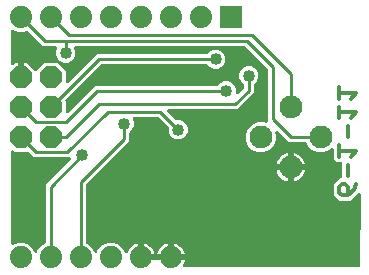
<source format=gbr>
G04 EAGLE Gerber RS-274X export*
G75*
%MOMM*%
%FSLAX34Y34*%
%LPD*%
%INBottom Copper*%
%IPPOS*%
%AMOC8*
5,1,8,0,0,1.08239X$1,22.5*%
G01*
%ADD10C,0.330200*%
%ADD11C,1.930400*%
%ADD12P,2.034460X8X112.500000*%
%ADD13C,1.879600*%
%ADD14R,1.879600X1.879600*%
%ADD15C,0.254000*%
%ADD16C,1.016000*%

G36*
X299134Y4334D02*
X299134Y4334D01*
X299253Y4341D01*
X299292Y4353D01*
X299332Y4359D01*
X299443Y4402D01*
X299555Y4439D01*
X299590Y4461D01*
X299628Y4476D01*
X299724Y4545D01*
X299824Y4609D01*
X299852Y4638D01*
X299885Y4662D01*
X299961Y4754D01*
X300042Y4840D01*
X300062Y4876D01*
X300088Y4907D01*
X300139Y5015D01*
X300196Y5118D01*
X300206Y5158D01*
X300224Y5195D01*
X300246Y5311D01*
X300276Y5426D01*
X300280Y5487D01*
X300284Y5507D01*
X300282Y5528D01*
X300286Y5587D01*
X300339Y65980D01*
X300336Y66005D01*
X300338Y66030D01*
X300316Y66162D01*
X300299Y66295D01*
X300290Y66319D01*
X300286Y66344D01*
X300232Y66467D01*
X300183Y66591D01*
X300168Y66612D01*
X300158Y66635D01*
X300075Y66740D01*
X299996Y66849D01*
X299977Y66865D01*
X299961Y66885D01*
X299854Y66966D01*
X299751Y67052D01*
X299728Y67063D01*
X299708Y67078D01*
X299585Y67130D01*
X299464Y67188D01*
X299439Y67192D01*
X299416Y67202D01*
X299283Y67222D01*
X299151Y67248D01*
X299126Y67246D01*
X299101Y67250D01*
X298968Y67236D01*
X298834Y67228D01*
X298810Y67220D01*
X298785Y67218D01*
X298659Y67172D01*
X298531Y67130D01*
X298510Y67117D01*
X298486Y67108D01*
X298376Y67032D01*
X298263Y66960D01*
X298245Y66942D01*
X298224Y66928D01*
X298136Y66827D01*
X298044Y66729D01*
X298032Y66707D01*
X298016Y66688D01*
X297935Y66549D01*
X297729Y66138D01*
X297219Y65968D01*
X297170Y65945D01*
X297118Y65930D01*
X297027Y65876D01*
X296933Y65831D01*
X296891Y65796D01*
X296844Y65768D01*
X296723Y65662D01*
X294638Y63576D01*
X291513Y60451D01*
X282789Y60451D01*
X277621Y65619D01*
X277621Y74343D01*
X282789Y79511D01*
X283597Y79511D01*
X283715Y79526D01*
X283834Y79533D01*
X283873Y79546D01*
X283913Y79551D01*
X284023Y79595D01*
X284137Y79631D01*
X284171Y79653D01*
X284208Y79668D01*
X284305Y79738D01*
X284405Y79801D01*
X284433Y79831D01*
X284466Y79855D01*
X284542Y79946D01*
X284623Y80033D01*
X284643Y80069D01*
X284669Y80100D01*
X284719Y80207D01*
X284777Y80312D01*
X284787Y80351D01*
X284804Y80387D01*
X284826Y80504D01*
X284856Y80620D01*
X284860Y80680D01*
X284864Y80700D01*
X284863Y80720D01*
X284866Y80780D01*
X284866Y91925D01*
X284852Y92043D01*
X284844Y92162D01*
X284832Y92200D01*
X284827Y92241D01*
X284783Y92351D01*
X284746Y92465D01*
X284724Y92499D01*
X284710Y92536D01*
X284640Y92633D01*
X284576Y92733D01*
X284546Y92761D01*
X284523Y92794D01*
X284431Y92870D01*
X284344Y92951D01*
X284309Y92971D01*
X284278Y92997D01*
X284170Y93047D01*
X284066Y93105D01*
X284027Y93115D01*
X283990Y93132D01*
X283873Y93154D01*
X283758Y93184D01*
X283698Y93188D01*
X283678Y93192D01*
X283657Y93191D01*
X283597Y93194D01*
X280374Y93194D01*
X277621Y95947D01*
X277621Y104196D01*
X277604Y104333D01*
X277591Y104472D01*
X277584Y104491D01*
X277581Y104511D01*
X277530Y104640D01*
X277483Y104771D01*
X277472Y104788D01*
X277464Y104807D01*
X277383Y104919D01*
X277305Y105034D01*
X277289Y105048D01*
X277278Y105064D01*
X277170Y105153D01*
X277066Y105245D01*
X277048Y105254D01*
X277033Y105267D01*
X276907Y105326D01*
X276783Y105389D01*
X276763Y105394D01*
X276745Y105402D01*
X276608Y105429D01*
X276473Y105459D01*
X276452Y105458D01*
X276433Y105462D01*
X276294Y105454D01*
X276155Y105449D01*
X276135Y105444D01*
X276115Y105442D01*
X275983Y105400D01*
X275849Y105361D01*
X275832Y105351D01*
X275813Y105344D01*
X275695Y105270D01*
X275575Y105199D01*
X275554Y105181D01*
X275544Y105174D01*
X275530Y105159D01*
X275455Y105093D01*
X273894Y103533D01*
X269226Y101599D01*
X264174Y101599D01*
X259506Y103533D01*
X255933Y107106D01*
X255066Y109198D01*
X255052Y109223D01*
X255043Y109251D01*
X254973Y109361D01*
X254909Y109474D01*
X254888Y109495D01*
X254872Y109520D01*
X254778Y109609D01*
X254687Y109702D01*
X254662Y109718D01*
X254641Y109738D01*
X254527Y109801D01*
X254416Y109869D01*
X254388Y109877D01*
X254362Y109892D01*
X254236Y109924D01*
X254112Y109962D01*
X254083Y109964D01*
X254054Y109971D01*
X253894Y109981D01*
X239511Y109981D01*
X230238Y119254D01*
X230183Y119297D01*
X230134Y119347D01*
X230058Y119394D01*
X229987Y119449D01*
X229923Y119477D01*
X229863Y119513D01*
X229777Y119540D01*
X229695Y119576D01*
X229626Y119587D01*
X229559Y119607D01*
X229470Y119611D01*
X229381Y119625D01*
X229311Y119619D01*
X229242Y119622D01*
X229154Y119604D01*
X229064Y119596D01*
X228998Y119572D01*
X228930Y119558D01*
X228850Y119518D01*
X228765Y119488D01*
X228707Y119449D01*
X228645Y119418D01*
X228576Y119360D01*
X228502Y119309D01*
X228456Y119257D01*
X228403Y119212D01*
X228351Y119138D01*
X228291Y119071D01*
X228260Y119009D01*
X228219Y118952D01*
X228188Y118868D01*
X228147Y118788D01*
X228131Y118720D01*
X228107Y118654D01*
X228097Y118565D01*
X228077Y118477D01*
X228079Y118408D01*
X228071Y118338D01*
X228084Y118249D01*
X228087Y118160D01*
X228106Y118093D01*
X228116Y118023D01*
X228168Y117871D01*
X228601Y116826D01*
X228601Y111774D01*
X226667Y107106D01*
X223094Y103533D01*
X218426Y101599D01*
X213374Y101599D01*
X208706Y103533D01*
X205133Y107106D01*
X203199Y111774D01*
X203199Y116826D01*
X205133Y121494D01*
X208706Y125067D01*
X213374Y127001D01*
X218426Y127001D01*
X219986Y126355D01*
X220034Y126341D01*
X220079Y126320D01*
X220187Y126300D01*
X220293Y126271D01*
X220343Y126270D01*
X220392Y126261D01*
X220501Y126267D01*
X220611Y126266D01*
X220659Y126277D01*
X220709Y126280D01*
X220813Y126314D01*
X220920Y126340D01*
X220964Y126363D01*
X221011Y126378D01*
X221104Y126437D01*
X221201Y126488D01*
X221238Y126522D01*
X221280Y126548D01*
X221355Y126629D01*
X221437Y126702D01*
X221464Y126744D01*
X221498Y126780D01*
X221551Y126876D01*
X221611Y126968D01*
X221628Y127015D01*
X221652Y127059D01*
X221679Y127165D01*
X221715Y127269D01*
X221719Y127318D01*
X221731Y127367D01*
X221741Y127527D01*
X221741Y171675D01*
X221729Y171774D01*
X221726Y171873D01*
X221709Y171931D01*
X221701Y171991D01*
X221665Y172083D01*
X221637Y172178D01*
X221607Y172230D01*
X221584Y172287D01*
X221526Y172367D01*
X221476Y172452D01*
X221410Y172527D01*
X221398Y172544D01*
X221388Y172552D01*
X221370Y172573D01*
X203053Y190890D01*
X202975Y190950D01*
X202902Y191018D01*
X202849Y191047D01*
X202802Y191084D01*
X202711Y191124D01*
X202624Y191172D01*
X202565Y191187D01*
X202510Y191211D01*
X202412Y191226D01*
X202316Y191251D01*
X202216Y191257D01*
X202196Y191261D01*
X202183Y191259D01*
X202155Y191261D01*
X59079Y191261D01*
X59029Y191255D01*
X58980Y191257D01*
X58872Y191235D01*
X58763Y191221D01*
X58717Y191203D01*
X58668Y191193D01*
X58569Y191145D01*
X58467Y191104D01*
X58427Y191075D01*
X58382Y191053D01*
X58299Y190982D01*
X58210Y190918D01*
X58178Y190879D01*
X58140Y190847D01*
X58077Y190757D01*
X58007Y190673D01*
X57986Y190628D01*
X57957Y190587D01*
X57918Y190484D01*
X57872Y190385D01*
X57862Y190336D01*
X57845Y190290D01*
X57832Y190180D01*
X57812Y190073D01*
X57815Y190023D01*
X57809Y189974D01*
X57825Y189865D01*
X57832Y189755D01*
X57847Y189708D01*
X57854Y189659D01*
X57906Y189506D01*
X58929Y187037D01*
X58929Y183803D01*
X57691Y180815D01*
X55405Y178529D01*
X52417Y177291D01*
X49183Y177291D01*
X46195Y178529D01*
X43909Y180815D01*
X42671Y183803D01*
X42671Y187037D01*
X43694Y189506D01*
X43707Y189554D01*
X43728Y189599D01*
X43749Y189707D01*
X43778Y189813D01*
X43779Y189863D01*
X43788Y189912D01*
X43781Y190021D01*
X43783Y190131D01*
X43772Y190179D01*
X43768Y190229D01*
X43735Y190333D01*
X43709Y190440D01*
X43686Y190484D01*
X43670Y190531D01*
X43612Y190624D01*
X43560Y190721D01*
X43527Y190758D01*
X43500Y190800D01*
X43420Y190875D01*
X43346Y190957D01*
X43305Y190984D01*
X43269Y191018D01*
X43172Y191071D01*
X43081Y191131D01*
X43034Y191148D01*
X42990Y191172D01*
X42884Y191199D01*
X42780Y191235D01*
X42730Y191239D01*
X42682Y191251D01*
X42521Y191261D01*
X31231Y191261D01*
X28330Y194163D01*
X18507Y203985D01*
X18484Y204003D01*
X18465Y204026D01*
X18359Y204101D01*
X18256Y204180D01*
X18229Y204192D01*
X18205Y204209D01*
X18083Y204255D01*
X17964Y204306D01*
X17935Y204311D01*
X17907Y204321D01*
X17778Y204336D01*
X17650Y204356D01*
X17621Y204353D01*
X17591Y204357D01*
X17463Y204339D01*
X17333Y204326D01*
X17306Y204316D01*
X17276Y204312D01*
X17124Y204260D01*
X15176Y203453D01*
X10224Y203453D01*
X6074Y205172D01*
X6026Y205186D01*
X5981Y205207D01*
X5873Y205227D01*
X5767Y205256D01*
X5717Y205257D01*
X5668Y205267D01*
X5559Y205260D01*
X5449Y205261D01*
X5401Y205250D01*
X5351Y205247D01*
X5247Y205213D01*
X5140Y205187D01*
X5096Y205164D01*
X5049Y205149D01*
X4956Y205090D01*
X4859Y205039D01*
X4822Y205005D01*
X4780Y204979D01*
X4705Y204898D01*
X4623Y204825D01*
X4596Y204783D01*
X4562Y204747D01*
X4509Y204651D01*
X4449Y204559D01*
X4432Y204512D01*
X4408Y204468D01*
X4381Y204362D01*
X4345Y204258D01*
X4341Y204209D01*
X4329Y204161D01*
X4319Y204000D01*
X4319Y176667D01*
X4336Y176529D01*
X4349Y176390D01*
X4356Y176371D01*
X4359Y176351D01*
X4410Y176222D01*
X4457Y176091D01*
X4468Y176074D01*
X4476Y176056D01*
X4557Y175943D01*
X4635Y175828D01*
X4651Y175815D01*
X4662Y175798D01*
X4770Y175709D01*
X4874Y175618D01*
X4892Y175608D01*
X4907Y175595D01*
X5033Y175536D01*
X5157Y175473D01*
X5177Y175469D01*
X5195Y175460D01*
X5332Y175434D01*
X5467Y175403D01*
X5488Y175404D01*
X5507Y175400D01*
X5646Y175409D01*
X5785Y175413D01*
X5805Y175419D01*
X5825Y175420D01*
X5957Y175463D01*
X6091Y175501D01*
X6108Y175512D01*
X6127Y175518D01*
X6245Y175592D01*
X6365Y175663D01*
X6386Y175682D01*
X6396Y175688D01*
X6410Y175703D01*
X6485Y175769D01*
X7755Y177039D01*
X10161Y177039D01*
X10161Y166370D01*
X10176Y166252D01*
X10183Y166133D01*
X10196Y166095D01*
X10201Y166055D01*
X10244Y165944D01*
X10281Y165831D01*
X10303Y165797D01*
X10318Y165759D01*
X10388Y165663D01*
X10451Y165562D01*
X10481Y165534D01*
X10504Y165502D01*
X10596Y165426D01*
X10683Y165344D01*
X10718Y165325D01*
X10749Y165299D01*
X10857Y165248D01*
X10961Y165191D01*
X11001Y165180D01*
X11037Y165163D01*
X11154Y165141D01*
X11269Y165111D01*
X11330Y165107D01*
X11350Y165103D01*
X11370Y165105D01*
X11430Y165101D01*
X13970Y165101D01*
X14088Y165116D01*
X14207Y165123D01*
X14245Y165136D01*
X14285Y165141D01*
X14396Y165185D01*
X14509Y165221D01*
X14544Y165243D01*
X14581Y165258D01*
X14677Y165328D01*
X14778Y165391D01*
X14806Y165421D01*
X14839Y165445D01*
X14914Y165536D01*
X14996Y165623D01*
X15016Y165658D01*
X15041Y165690D01*
X15092Y165797D01*
X15150Y165902D01*
X15160Y165941D01*
X15177Y165977D01*
X15199Y166094D01*
X15229Y166209D01*
X15233Y166270D01*
X15237Y166290D01*
X15235Y166310D01*
X15239Y166370D01*
X15239Y177039D01*
X17645Y177039D01*
X24143Y170541D01*
X24237Y170468D01*
X24327Y170389D01*
X24363Y170370D01*
X24395Y170346D01*
X24504Y170298D01*
X24610Y170244D01*
X24649Y170235D01*
X24686Y170219D01*
X24804Y170201D01*
X24920Y170175D01*
X24960Y170176D01*
X25001Y170169D01*
X25119Y170181D01*
X25238Y170184D01*
X25277Y170195D01*
X25317Y170199D01*
X25429Y170240D01*
X25544Y170273D01*
X25578Y170293D01*
X25616Y170307D01*
X25715Y170374D01*
X25817Y170434D01*
X25863Y170474D01*
X25880Y170485D01*
X25893Y170501D01*
X25938Y170541D01*
X32944Y177547D01*
X43256Y177547D01*
X50547Y170256D01*
X50547Y161319D01*
X50564Y161181D01*
X50577Y161042D01*
X50584Y161023D01*
X50587Y161003D01*
X50638Y160874D01*
X50685Y160743D01*
X50696Y160726D01*
X50704Y160707D01*
X50785Y160595D01*
X50863Y160480D01*
X50879Y160466D01*
X50890Y160450D01*
X50998Y160361D01*
X51102Y160269D01*
X51120Y160260D01*
X51135Y160247D01*
X51261Y160188D01*
X51385Y160125D01*
X51405Y160120D01*
X51423Y160112D01*
X51559Y160086D01*
X51695Y160055D01*
X51716Y160056D01*
X51735Y160052D01*
X51874Y160061D01*
X52013Y160065D01*
X52033Y160070D01*
X52053Y160072D01*
X52185Y160114D01*
X52319Y160153D01*
X52336Y160163D01*
X52355Y160170D01*
X52473Y160244D01*
X52593Y160315D01*
X52614Y160333D01*
X52624Y160340D01*
X52638Y160355D01*
X52713Y160421D01*
X76951Y184659D01*
X170097Y184659D01*
X170195Y184671D01*
X170294Y184674D01*
X170353Y184691D01*
X170413Y184699D01*
X170505Y184735D01*
X170600Y184763D01*
X170652Y184793D01*
X170708Y184816D01*
X170788Y184874D01*
X170874Y184924D01*
X170949Y184990D01*
X170966Y185002D01*
X170974Y185012D01*
X170995Y185030D01*
X173195Y187231D01*
X176183Y188469D01*
X179417Y188469D01*
X182405Y187231D01*
X184691Y184945D01*
X185929Y181957D01*
X185929Y178723D01*
X184691Y175735D01*
X182405Y173449D01*
X179417Y172211D01*
X176183Y172211D01*
X173195Y173449D01*
X170995Y175650D01*
X170916Y175710D01*
X170844Y175778D01*
X170791Y175807D01*
X170743Y175844D01*
X170652Y175884D01*
X170566Y175932D01*
X170507Y175947D01*
X170452Y175971D01*
X170354Y175986D01*
X170258Y176011D01*
X170158Y176017D01*
X170137Y176021D01*
X170125Y176019D01*
X170097Y176021D01*
X81055Y176021D01*
X80956Y176009D01*
X80857Y176006D01*
X80799Y175989D01*
X80739Y175981D01*
X80647Y175945D01*
X80552Y175917D01*
X80500Y175887D01*
X80443Y175864D01*
X80363Y175806D01*
X80278Y175756D01*
X80203Y175690D01*
X80186Y175678D01*
X80178Y175668D01*
X80157Y175650D01*
X50852Y146345D01*
X50779Y146251D01*
X50701Y146162D01*
X50682Y146126D01*
X50658Y146094D01*
X50610Y145984D01*
X50556Y145878D01*
X50547Y145839D01*
X50531Y145802D01*
X50512Y145684D01*
X50486Y145568D01*
X50488Y145528D01*
X50481Y145488D01*
X50492Y145369D01*
X50496Y145250D01*
X50507Y145211D01*
X50511Y145171D01*
X50547Y145072D01*
X50547Y135919D01*
X50564Y135781D01*
X50577Y135642D01*
X50584Y135623D01*
X50587Y135603D01*
X50638Y135474D01*
X50685Y135343D01*
X50696Y135326D01*
X50704Y135307D01*
X50785Y135195D01*
X50863Y135080D01*
X50879Y135066D01*
X50890Y135050D01*
X50998Y134961D01*
X51102Y134869D01*
X51120Y134860D01*
X51135Y134847D01*
X51261Y134788D01*
X51385Y134725D01*
X51405Y134720D01*
X51423Y134712D01*
X51559Y134686D01*
X51695Y134655D01*
X51716Y134656D01*
X51735Y134652D01*
X51874Y134661D01*
X52013Y134665D01*
X52033Y134670D01*
X52053Y134672D01*
X52185Y134714D01*
X52319Y134753D01*
X52336Y134763D01*
X52355Y134770D01*
X52473Y134844D01*
X52593Y134915D01*
X52614Y134933D01*
X52624Y134940D01*
X52638Y134955D01*
X52713Y135021D01*
X75681Y157989D01*
X178987Y157989D01*
X179085Y158001D01*
X179184Y158004D01*
X179243Y158021D01*
X179303Y158029D01*
X179395Y158065D01*
X179490Y158093D01*
X179542Y158123D01*
X179598Y158146D01*
X179678Y158204D01*
X179764Y158254D01*
X179839Y158320D01*
X179856Y158332D01*
X179864Y158342D01*
X179885Y158360D01*
X182085Y160561D01*
X185073Y161799D01*
X188307Y161799D01*
X191295Y160561D01*
X193581Y158275D01*
X194819Y155287D01*
X194819Y151921D01*
X194836Y151783D01*
X194849Y151644D01*
X194856Y151625D01*
X194859Y151605D01*
X194910Y151476D01*
X194957Y151345D01*
X194968Y151328D01*
X194976Y151309D01*
X195057Y151197D01*
X195135Y151082D01*
X195151Y151068D01*
X195162Y151052D01*
X195270Y150963D01*
X195374Y150871D01*
X195392Y150862D01*
X195407Y150849D01*
X195533Y150790D01*
X195657Y150727D01*
X195677Y150722D01*
X195695Y150714D01*
X195831Y150688D01*
X195967Y150657D01*
X195988Y150658D01*
X196007Y150654D01*
X196146Y150663D01*
X196285Y150667D01*
X196305Y150672D01*
X196325Y150674D01*
X196457Y150716D01*
X196591Y150755D01*
X196608Y150765D01*
X196627Y150772D01*
X196745Y150846D01*
X196865Y150917D01*
X196886Y150935D01*
X196896Y150942D01*
X196910Y150957D01*
X196985Y151023D01*
X201050Y155087D01*
X201110Y155165D01*
X201178Y155238D01*
X201207Y155291D01*
X201244Y155338D01*
X201284Y155429D01*
X201332Y155516D01*
X201347Y155575D01*
X201371Y155630D01*
X201386Y155728D01*
X201411Y155824D01*
X201417Y155924D01*
X201421Y155944D01*
X201419Y155957D01*
X201421Y155985D01*
X201421Y158667D01*
X201409Y158765D01*
X201406Y158864D01*
X201389Y158923D01*
X201381Y158983D01*
X201345Y159075D01*
X201317Y159170D01*
X201287Y159222D01*
X201264Y159278D01*
X201206Y159358D01*
X201156Y159444D01*
X201090Y159519D01*
X201078Y159536D01*
X201068Y159544D01*
X201050Y159565D01*
X198849Y161765D01*
X197611Y164753D01*
X197611Y167987D01*
X198849Y170975D01*
X201135Y173261D01*
X204123Y174499D01*
X207357Y174499D01*
X210345Y173261D01*
X212631Y170975D01*
X213869Y167987D01*
X213869Y164753D01*
X212631Y161765D01*
X210430Y159565D01*
X210370Y159486D01*
X210302Y159414D01*
X210273Y159361D01*
X210236Y159313D01*
X210196Y159222D01*
X210148Y159136D01*
X210133Y159077D01*
X210109Y159022D01*
X210094Y158924D01*
X210069Y158828D01*
X210063Y158728D01*
X210059Y158707D01*
X210061Y158695D01*
X210059Y158667D01*
X210059Y151881D01*
X196099Y137921D01*
X137951Y137921D01*
X137813Y137904D01*
X137674Y137891D01*
X137655Y137884D01*
X137635Y137881D01*
X137506Y137830D01*
X137375Y137783D01*
X137358Y137772D01*
X137339Y137764D01*
X137227Y137683D01*
X137112Y137605D01*
X137098Y137589D01*
X137082Y137578D01*
X136993Y137470D01*
X136901Y137366D01*
X136892Y137348D01*
X136879Y137333D01*
X136820Y137207D01*
X136757Y137083D01*
X136752Y137063D01*
X136744Y137045D01*
X136718Y136909D01*
X136687Y136773D01*
X136688Y136752D01*
X136684Y136733D01*
X136693Y136594D01*
X136697Y136455D01*
X136702Y136435D01*
X136704Y136415D01*
X136746Y136283D01*
X136785Y136149D01*
X136795Y136132D01*
X136802Y136113D01*
X136876Y135995D01*
X136947Y135875D01*
X136965Y135854D01*
X136972Y135844D01*
X136987Y135830D01*
X137053Y135755D01*
X143657Y129150D01*
X143735Y129090D01*
X143808Y129022D01*
X143861Y128993D01*
X143908Y128956D01*
X143999Y128916D01*
X144086Y128868D01*
X144145Y128853D01*
X144200Y128829D01*
X144298Y128814D01*
X144394Y128789D01*
X144494Y128783D01*
X144514Y128779D01*
X144527Y128781D01*
X144555Y128779D01*
X147667Y128779D01*
X150655Y127541D01*
X152941Y125255D01*
X154179Y122267D01*
X154179Y119033D01*
X152941Y116045D01*
X150655Y113759D01*
X147667Y112521D01*
X144433Y112521D01*
X141445Y113759D01*
X139159Y116045D01*
X137921Y119033D01*
X137921Y122145D01*
X137909Y122244D01*
X137906Y122343D01*
X137889Y122401D01*
X137881Y122461D01*
X137845Y122553D01*
X137817Y122648D01*
X137787Y122700D01*
X137764Y122757D01*
X137706Y122837D01*
X137656Y122922D01*
X137590Y122997D01*
X137578Y123014D01*
X137568Y123022D01*
X137550Y123043D01*
X129393Y131200D01*
X129315Y131260D01*
X129242Y131328D01*
X129189Y131357D01*
X129142Y131394D01*
X129051Y131434D01*
X128964Y131482D01*
X128905Y131497D01*
X128850Y131521D01*
X128752Y131536D01*
X128656Y131561D01*
X128556Y131567D01*
X128536Y131571D01*
X128523Y131569D01*
X128495Y131571D01*
X108609Y131571D01*
X108559Y131565D01*
X108510Y131567D01*
X108402Y131545D01*
X108293Y131531D01*
X108247Y131513D01*
X108198Y131503D01*
X108099Y131455D01*
X107997Y131414D01*
X107957Y131385D01*
X107912Y131363D01*
X107829Y131292D01*
X107740Y131228D01*
X107708Y131189D01*
X107670Y131157D01*
X107607Y131067D01*
X107537Y130983D01*
X107516Y130938D01*
X107487Y130897D01*
X107448Y130794D01*
X107402Y130695D01*
X107392Y130646D01*
X107375Y130600D01*
X107362Y130490D01*
X107342Y130383D01*
X107345Y130333D01*
X107339Y130284D01*
X107355Y130175D01*
X107362Y130065D01*
X107377Y130018D01*
X107384Y129969D01*
X107436Y129816D01*
X108459Y127347D01*
X108459Y124113D01*
X107221Y121125D01*
X105020Y118925D01*
X104960Y118846D01*
X104892Y118774D01*
X104863Y118721D01*
X104826Y118673D01*
X104786Y118582D01*
X104738Y118496D01*
X104723Y118437D01*
X104699Y118382D01*
X104684Y118284D01*
X104659Y118188D01*
X104653Y118088D01*
X104649Y118067D01*
X104651Y118055D01*
X104649Y118027D01*
X104649Y111241D01*
X68190Y74783D01*
X68130Y74705D01*
X68062Y74632D01*
X68033Y74579D01*
X67996Y74532D01*
X67956Y74441D01*
X67908Y74354D01*
X67893Y74295D01*
X67869Y74240D01*
X67854Y74142D01*
X67829Y74046D01*
X67823Y73946D01*
X67819Y73926D01*
X67821Y73913D01*
X67819Y73885D01*
X67819Y25231D01*
X67822Y25202D01*
X67820Y25173D01*
X67842Y25045D01*
X67859Y24916D01*
X67869Y24889D01*
X67874Y24859D01*
X67928Y24741D01*
X67976Y24620D01*
X67993Y24596D01*
X68005Y24569D01*
X68086Y24468D01*
X68162Y24363D01*
X68185Y24344D01*
X68204Y24321D01*
X68307Y24243D01*
X68407Y24160D01*
X68434Y24147D01*
X68458Y24130D01*
X68602Y24059D01*
X70550Y23252D01*
X74052Y19751D01*
X75027Y17395D01*
X75096Y17274D01*
X75161Y17152D01*
X75175Y17137D01*
X75185Y17119D01*
X75282Y17019D01*
X75375Y16916D01*
X75392Y16905D01*
X75406Y16891D01*
X75524Y16818D01*
X75641Y16742D01*
X75660Y16735D01*
X75677Y16724D01*
X75810Y16684D01*
X75942Y16638D01*
X75962Y16637D01*
X75981Y16631D01*
X76120Y16624D01*
X76259Y16613D01*
X76279Y16617D01*
X76299Y16616D01*
X76435Y16644D01*
X76572Y16668D01*
X76591Y16676D01*
X76610Y16680D01*
X76735Y16741D01*
X76862Y16798D01*
X76878Y16811D01*
X76896Y16820D01*
X77002Y16910D01*
X77110Y16997D01*
X77123Y17013D01*
X77138Y17026D01*
X77218Y17140D01*
X77302Y17251D01*
X77314Y17276D01*
X77321Y17286D01*
X77328Y17305D01*
X77373Y17395D01*
X78348Y19750D01*
X81850Y23252D01*
X86424Y25147D01*
X91376Y25147D01*
X95950Y23252D01*
X99452Y19750D01*
X100705Y16725D01*
X100720Y16699D01*
X100729Y16670D01*
X100799Y16561D01*
X100863Y16448D01*
X100884Y16427D01*
X100900Y16402D01*
X100994Y16313D01*
X101084Y16220D01*
X101110Y16204D01*
X101131Y16184D01*
X101245Y16121D01*
X101355Y16054D01*
X101384Y16045D01*
X101410Y16031D01*
X101535Y15998D01*
X101659Y15960D01*
X101689Y15959D01*
X101718Y15951D01*
X101848Y15951D01*
X101977Y15945D01*
X102006Y15951D01*
X102036Y15951D01*
X102161Y15983D01*
X102288Y16009D01*
X102315Y16022D01*
X102344Y16030D01*
X102457Y16092D01*
X102574Y16149D01*
X102597Y16168D01*
X102623Y16183D01*
X102717Y16271D01*
X102816Y16355D01*
X102833Y16380D01*
X102855Y16400D01*
X102924Y16509D01*
X102999Y16615D01*
X103010Y16643D01*
X103026Y16669D01*
X103085Y16818D01*
X103236Y17283D01*
X104089Y18957D01*
X105194Y20478D01*
X106522Y21806D01*
X108043Y22911D01*
X109717Y23764D01*
X111504Y24345D01*
X111761Y24385D01*
X111761Y13970D01*
X111776Y13852D01*
X111783Y13733D01*
X111796Y13695D01*
X111801Y13655D01*
X111844Y13544D01*
X111881Y13431D01*
X111903Y13397D01*
X111918Y13359D01*
X111988Y13263D01*
X112051Y13162D01*
X112081Y13134D01*
X112104Y13102D01*
X112196Y13026D01*
X112283Y12944D01*
X112318Y12925D01*
X112349Y12899D01*
X112457Y12848D01*
X112561Y12791D01*
X112601Y12780D01*
X112637Y12763D01*
X112754Y12741D01*
X112869Y12711D01*
X112930Y12707D01*
X112950Y12703D01*
X112970Y12705D01*
X113030Y12701D01*
X114301Y12701D01*
X114301Y11430D01*
X114316Y11312D01*
X114323Y11193D01*
X114336Y11155D01*
X114341Y11114D01*
X114385Y11004D01*
X114421Y10891D01*
X114443Y10856D01*
X114458Y10819D01*
X114528Y10723D01*
X114591Y10622D01*
X114621Y10594D01*
X114645Y10561D01*
X114736Y10486D01*
X114823Y10404D01*
X114858Y10384D01*
X114890Y10359D01*
X114997Y10308D01*
X115102Y10250D01*
X115141Y10240D01*
X115177Y10223D01*
X115294Y10201D01*
X115409Y10171D01*
X115470Y10167D01*
X115490Y10163D01*
X115510Y10165D01*
X115570Y10161D01*
X138430Y10161D01*
X138548Y10176D01*
X138667Y10183D01*
X138705Y10196D01*
X138745Y10201D01*
X138856Y10244D01*
X138969Y10281D01*
X139003Y10303D01*
X139041Y10318D01*
X139137Y10388D01*
X139238Y10451D01*
X139266Y10481D01*
X139298Y10504D01*
X139374Y10596D01*
X139456Y10683D01*
X139475Y10718D01*
X139501Y10749D01*
X139552Y10857D01*
X139609Y10961D01*
X139620Y11001D01*
X139637Y11037D01*
X139659Y11154D01*
X139689Y11269D01*
X139693Y11330D01*
X139697Y11350D01*
X139695Y11370D01*
X139699Y11430D01*
X139699Y12701D01*
X139701Y12701D01*
X139701Y11430D01*
X139716Y11312D01*
X139723Y11193D01*
X139736Y11155D01*
X139741Y11114D01*
X139785Y11004D01*
X139821Y10891D01*
X139843Y10856D01*
X139858Y10819D01*
X139928Y10723D01*
X139991Y10622D01*
X140021Y10594D01*
X140045Y10561D01*
X140136Y10486D01*
X140223Y10404D01*
X140258Y10384D01*
X140290Y10359D01*
X140397Y10308D01*
X140502Y10250D01*
X140541Y10240D01*
X140577Y10223D01*
X140694Y10201D01*
X140809Y10171D01*
X140870Y10167D01*
X140890Y10163D01*
X140910Y10165D01*
X140970Y10161D01*
X151385Y10161D01*
X151345Y9904D01*
X150764Y8117D01*
X149911Y6443D01*
X149832Y6334D01*
X149813Y6299D01*
X149787Y6269D01*
X149736Y6160D01*
X149679Y6056D01*
X149669Y6017D01*
X149652Y5981D01*
X149629Y5864D01*
X149600Y5747D01*
X149600Y5708D01*
X149592Y5668D01*
X149600Y5549D01*
X149599Y5429D01*
X149609Y5391D01*
X149612Y5351D01*
X149649Y5237D01*
X149678Y5121D01*
X149698Y5086D01*
X149710Y5049D01*
X149774Y4948D01*
X149831Y4843D01*
X149859Y4814D01*
X149880Y4780D01*
X149967Y4698D01*
X150049Y4611D01*
X150083Y4589D01*
X150112Y4562D01*
X150216Y4504D01*
X150317Y4440D01*
X150355Y4428D01*
X150390Y4408D01*
X150506Y4379D01*
X150620Y4341D01*
X150660Y4339D01*
X150698Y4329D01*
X150859Y4319D01*
X299017Y4319D01*
X299134Y4334D01*
G37*
G36*
X25479Y16617D02*
X25479Y16617D01*
X25499Y16616D01*
X25635Y16644D01*
X25772Y16668D01*
X25791Y16676D01*
X25810Y16680D01*
X25935Y16741D01*
X26062Y16798D01*
X26078Y16811D01*
X26096Y16820D01*
X26202Y16910D01*
X26310Y16997D01*
X26323Y17013D01*
X26338Y17026D01*
X26418Y17140D01*
X26502Y17251D01*
X26514Y17276D01*
X26521Y17286D01*
X26528Y17305D01*
X26573Y17395D01*
X27548Y19750D01*
X31050Y23252D01*
X32998Y24059D01*
X33023Y24073D01*
X33051Y24083D01*
X33161Y24152D01*
X33274Y24216D01*
X33295Y24237D01*
X33320Y24253D01*
X33409Y24347D01*
X33502Y24438D01*
X33518Y24463D01*
X33538Y24484D01*
X33601Y24598D01*
X33669Y24709D01*
X33677Y24737D01*
X33692Y24763D01*
X33724Y24889D01*
X33762Y25013D01*
X33764Y25042D01*
X33771Y25071D01*
X33781Y25231D01*
X33781Y74179D01*
X54717Y95115D01*
X54802Y95224D01*
X54891Y95331D01*
X54899Y95350D01*
X54912Y95366D01*
X54967Y95494D01*
X55026Y95619D01*
X55030Y95639D01*
X55038Y95658D01*
X55060Y95796D01*
X55086Y95932D01*
X55085Y95952D01*
X55088Y95972D01*
X55075Y96111D01*
X55066Y96249D01*
X55060Y96268D01*
X55058Y96288D01*
X55011Y96420D01*
X54968Y96551D01*
X54958Y96569D01*
X54951Y96588D01*
X54873Y96703D01*
X54798Y96820D01*
X54783Y96834D01*
X54772Y96851D01*
X54668Y96943D01*
X54567Y97038D01*
X54549Y97048D01*
X54534Y97061D01*
X54410Y97124D01*
X54288Y97192D01*
X54268Y97197D01*
X54250Y97206D01*
X54115Y97236D01*
X53980Y97271D01*
X53952Y97273D01*
X53940Y97276D01*
X53920Y97275D01*
X53819Y97281D01*
X23611Y97281D01*
X20710Y100183D01*
X19345Y101548D01*
X19251Y101621D01*
X19162Y101699D01*
X19125Y101718D01*
X19094Y101742D01*
X18984Y101790D01*
X18878Y101844D01*
X18839Y101853D01*
X18802Y101869D01*
X18684Y101888D01*
X18568Y101914D01*
X18528Y101912D01*
X18488Y101919D01*
X18369Y101908D01*
X18250Y101904D01*
X18211Y101893D01*
X18171Y101889D01*
X18072Y101853D01*
X7544Y101853D01*
X6485Y102912D01*
X6376Y102997D01*
X6269Y103086D01*
X6250Y103095D01*
X6234Y103107D01*
X6107Y103162D01*
X5981Y103222D01*
X5961Y103225D01*
X5942Y103234D01*
X5804Y103255D01*
X5668Y103281D01*
X5648Y103280D01*
X5628Y103283D01*
X5489Y103270D01*
X5351Y103262D01*
X5332Y103255D01*
X5312Y103254D01*
X5180Y103206D01*
X5049Y103164D01*
X5031Y103153D01*
X5012Y103146D01*
X4897Y103068D01*
X4780Y102993D01*
X4766Y102979D01*
X4749Y102967D01*
X4657Y102863D01*
X4562Y102762D01*
X4552Y102744D01*
X4539Y102729D01*
X4475Y102605D01*
X4408Y102483D01*
X4403Y102464D01*
X4394Y102446D01*
X4364Y102310D01*
X4329Y102175D01*
X4327Y102147D01*
X4324Y102135D01*
X4325Y102115D01*
X4319Y102015D01*
X4319Y24600D01*
X4325Y24551D01*
X4323Y24501D01*
X4339Y24421D01*
X4341Y24390D01*
X4348Y24368D01*
X4359Y24285D01*
X4377Y24239D01*
X4387Y24190D01*
X4435Y24091D01*
X4476Y23989D01*
X4505Y23949D01*
X4527Y23904D01*
X4598Y23820D01*
X4662Y23732D01*
X4701Y23700D01*
X4733Y23662D01*
X4823Y23599D01*
X4907Y23529D01*
X4952Y23508D01*
X4993Y23479D01*
X5096Y23440D01*
X5195Y23393D01*
X5244Y23384D01*
X5290Y23366D01*
X5400Y23354D01*
X5507Y23333D01*
X5557Y23337D01*
X5606Y23331D01*
X5715Y23346D01*
X5825Y23353D01*
X5872Y23369D01*
X5921Y23375D01*
X6074Y23428D01*
X10224Y25147D01*
X15176Y25147D01*
X19750Y23252D01*
X23252Y19751D01*
X24227Y17395D01*
X24296Y17274D01*
X24361Y17152D01*
X24375Y17137D01*
X24385Y17119D01*
X24482Y17019D01*
X24575Y16916D01*
X24592Y16905D01*
X24606Y16891D01*
X24724Y16818D01*
X24841Y16742D01*
X24860Y16735D01*
X24877Y16724D01*
X25010Y16684D01*
X25142Y16638D01*
X25162Y16637D01*
X25181Y16631D01*
X25320Y16624D01*
X25459Y16613D01*
X25479Y16617D01*
G37*
%LPC*%
G36*
X243839Y91439D02*
X243839Y91439D01*
X243839Y100843D01*
X244155Y100793D01*
X245980Y100199D01*
X247690Y99328D01*
X249243Y98200D01*
X250600Y96843D01*
X251728Y95290D01*
X252599Y93580D01*
X253193Y91755D01*
X253243Y91439D01*
X243839Y91439D01*
G37*
%LPD*%
%LPC*%
G36*
X229357Y91439D02*
X229357Y91439D01*
X229407Y91755D01*
X230001Y93580D01*
X230872Y95290D01*
X232000Y96843D01*
X233357Y98200D01*
X234910Y99328D01*
X236620Y100199D01*
X238445Y100793D01*
X238761Y100843D01*
X238761Y91439D01*
X229357Y91439D01*
G37*
%LPD*%
%LPC*%
G36*
X243839Y86361D02*
X243839Y86361D01*
X253243Y86361D01*
X253193Y86045D01*
X252599Y84220D01*
X251728Y82510D01*
X250600Y80957D01*
X249243Y79600D01*
X247690Y78472D01*
X245980Y77601D01*
X244155Y77007D01*
X243839Y76957D01*
X243839Y86361D01*
G37*
%LPD*%
%LPC*%
G36*
X238445Y77007D02*
X238445Y77007D01*
X236620Y77601D01*
X234910Y78472D01*
X233357Y79600D01*
X232000Y80957D01*
X230872Y82510D01*
X230001Y84220D01*
X229407Y86045D01*
X229357Y86361D01*
X238761Y86361D01*
X238761Y76957D01*
X238445Y77007D01*
G37*
%LPD*%
%LPC*%
G36*
X116839Y15239D02*
X116839Y15239D01*
X116839Y24385D01*
X117096Y24345D01*
X118883Y23764D01*
X120557Y22911D01*
X122078Y21806D01*
X123406Y20478D01*
X124511Y18957D01*
X125364Y17283D01*
X125793Y15963D01*
X125827Y15891D01*
X125851Y15815D01*
X125894Y15748D01*
X125928Y15675D01*
X125979Y15614D01*
X126022Y15547D01*
X126080Y15492D01*
X126131Y15430D01*
X126195Y15383D01*
X126253Y15329D01*
X126323Y15290D01*
X126388Y15243D01*
X126398Y15239D01*
X116839Y15239D01*
G37*
%LPD*%
%LPC*%
G36*
X127602Y15239D02*
X127602Y15239D01*
X127611Y15243D01*
X127675Y15289D01*
X127745Y15328D01*
X127803Y15382D01*
X127868Y15429D01*
X127919Y15491D01*
X127977Y15545D01*
X128020Y15613D01*
X128071Y15674D01*
X128105Y15746D01*
X128148Y15813D01*
X128206Y15960D01*
X128207Y15962D01*
X128207Y15963D01*
X128636Y17283D01*
X129489Y18957D01*
X130594Y20478D01*
X131922Y21806D01*
X133443Y22911D01*
X135117Y23764D01*
X136904Y24345D01*
X137161Y24385D01*
X137161Y15239D01*
X127602Y15239D01*
G37*
%LPD*%
%LPC*%
G36*
X142239Y15239D02*
X142239Y15239D01*
X142239Y24385D01*
X142496Y24345D01*
X144283Y23764D01*
X145957Y22911D01*
X147478Y21806D01*
X148806Y20478D01*
X149911Y18957D01*
X150764Y17283D01*
X151345Y15496D01*
X151385Y15239D01*
X142239Y15239D01*
G37*
%LPD*%
%LPC*%
G36*
X241299Y88899D02*
X241299Y88899D01*
X241299Y88901D01*
X241301Y88901D01*
X241301Y88899D01*
X241299Y88899D01*
G37*
%LPD*%
D10*
X296811Y74811D02*
X294396Y69981D01*
X289566Y65151D01*
X284736Y65151D01*
X282321Y67566D01*
X282321Y72396D01*
X284736Y74811D01*
X287151Y74811D01*
X289566Y72396D01*
X289566Y65151D01*
X289566Y81523D02*
X289566Y91183D01*
X291981Y97894D02*
X296811Y102724D01*
X282321Y102724D01*
X282321Y97894D02*
X282321Y107554D01*
X289566Y114266D02*
X289566Y123926D01*
X291981Y130637D02*
X296811Y135467D01*
X282321Y135467D01*
X282321Y130637D02*
X282321Y140298D01*
X291981Y147009D02*
X296811Y151839D01*
X282321Y151839D01*
X282321Y147009D02*
X282321Y156669D01*
D11*
X266700Y114300D03*
X215900Y114300D03*
X241300Y88900D03*
X241300Y139700D03*
D12*
X38100Y114300D03*
X12700Y114300D03*
X38100Y139700D03*
X12700Y139700D03*
X38100Y165100D03*
X12700Y165100D03*
D13*
X12700Y12700D03*
X38100Y12700D03*
X63500Y12700D03*
X88900Y12700D03*
X114300Y12700D03*
X139700Y12700D03*
D14*
X190500Y215900D03*
D13*
X165100Y215900D03*
X139700Y215900D03*
X114300Y215900D03*
X88900Y215900D03*
X63500Y215900D03*
X38100Y215900D03*
X12700Y215900D03*
D15*
X12700Y114300D02*
X25400Y101600D01*
X52070Y101600D01*
X86360Y135890D01*
X130810Y135890D01*
X146050Y120650D01*
D16*
X146050Y120650D03*
D15*
X241300Y139700D02*
X241300Y167640D01*
X208280Y200660D01*
X53340Y200660D01*
X38100Y215900D01*
X241300Y114300D02*
X266700Y114300D01*
X33020Y195580D02*
X12700Y215900D01*
X226060Y129540D02*
X241300Y114300D01*
X226060Y129540D02*
X226060Y173990D01*
X204470Y195580D01*
X50800Y195580D02*
X33020Y195580D01*
X50800Y195580D02*
X204470Y195580D01*
X50800Y195580D02*
X50800Y185420D01*
D16*
X50800Y185420D03*
X19050Y66040D03*
X100330Y82550D03*
X107950Y165100D03*
X74930Y55880D03*
D15*
X38100Y72390D02*
X38100Y12700D01*
X38100Y72390D02*
X64770Y99060D01*
D16*
X64770Y99060D03*
D15*
X63500Y76200D02*
X63500Y12700D01*
X100330Y113030D02*
X100330Y125730D01*
X100330Y113030D02*
X63500Y76200D01*
D16*
X100330Y125730D03*
D15*
X78740Y142240D02*
X194310Y142240D01*
X78740Y142240D02*
X50800Y114300D01*
X38100Y114300D01*
X205740Y153670D02*
X205740Y166370D01*
X205740Y153670D02*
X194310Y142240D01*
D16*
X205740Y166370D03*
D15*
X177800Y180340D02*
X78740Y180340D01*
X38100Y139700D01*
D16*
X177800Y180340D03*
D15*
X186690Y153670D02*
X77470Y153670D01*
X50800Y127000D01*
X25400Y127000D01*
X12700Y139700D01*
D16*
X186690Y153670D03*
M02*

</source>
